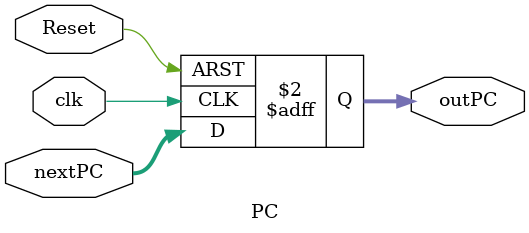
<source format=v>
module PC (nextPC ,outPC ,Reset,clk);

input wire [9:0] nextPC;
input Reset , clk;
output reg [9:0] outPC;

  always@(posedge clk or posedge Reset) begin
  if (Reset)
    outPC <= 10'b0000000000;  // Reset PC to 0
  else
    outPC <= nextPC;  // Update PC on clock
end
endmodule
</source>
